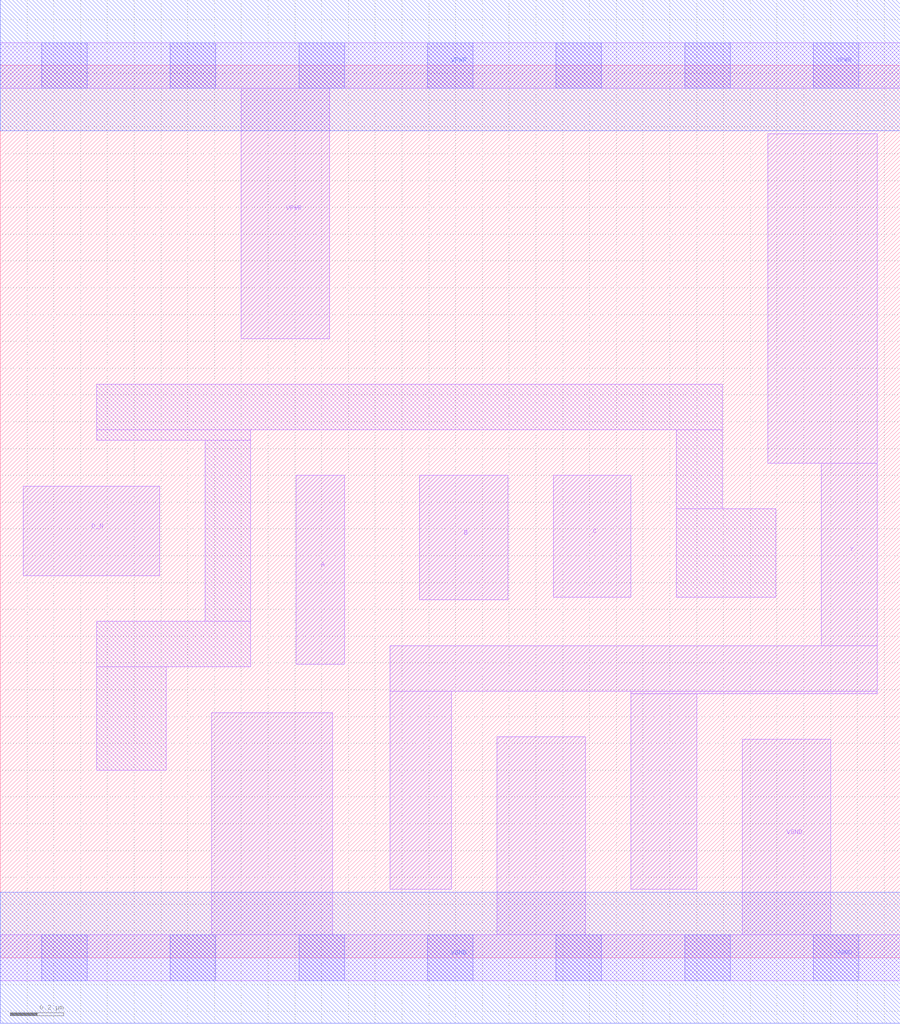
<source format=lef>
# Copyright 2020 The SkyWater PDK Authors
#
# Licensed under the Apache License, Version 2.0 (the "License");
# you may not use this file except in compliance with the License.
# You may obtain a copy of the License at
#
#     https://www.apache.org/licenses/LICENSE-2.0
#
# Unless required by applicable law or agreed to in writing, software
# distributed under the License is distributed on an "AS IS" BASIS,
# WITHOUT WARRANTIES OR CONDITIONS OF ANY KIND, either express or implied.
# See the License for the specific language governing permissions and
# limitations under the License.
#
# SPDX-License-Identifier: Apache-2.0

VERSION 5.7 ;
  NAMESCASESENSITIVE ON ;
  NOWIREEXTENSIONATPIN ON ;
  DIVIDERCHAR "/" ;
  BUSBITCHARS "[]" ;
UNITS
  DATABASE MICRONS 200 ;
END UNITS
MACRO sky130_fd_sc_lp__nor4b_1
  CLASS CORE ;
  SOURCE USER ;
  FOREIGN sky130_fd_sc_lp__nor4b_1 ;
  ORIGIN  0.000000  0.000000 ;
  SIZE  3.360000 BY  3.330000 ;
  SYMMETRY X Y R90 ;
  SITE unit ;
  PIN A
    ANTENNAGATEAREA  0.315000 ;
    DIRECTION INPUT ;
    USE SIGNAL ;
    PORT
      LAYER li1 ;
        RECT 1.105000 1.095000 1.285000 1.800000 ;
    END
  END A
  PIN B
    ANTENNAGATEAREA  0.315000 ;
    DIRECTION INPUT ;
    USE SIGNAL ;
    PORT
      LAYER li1 ;
        RECT 1.565000 1.335000 1.895000 1.800000 ;
    END
  END B
  PIN C
    ANTENNAGATEAREA  0.315000 ;
    DIRECTION INPUT ;
    USE SIGNAL ;
    PORT
      LAYER li1 ;
        RECT 2.065000 1.345000 2.355000 1.800000 ;
    END
  END C
  PIN D_N
    ANTENNAGATEAREA  0.126000 ;
    DIRECTION INPUT ;
    USE SIGNAL ;
    PORT
      LAYER li1 ;
        RECT 0.085000 1.425000 0.595000 1.760000 ;
    END
  END D_N
  PIN Y
    ANTENNADIFFAREA  0.886200 ;
    DIRECTION OUTPUT ;
    USE SIGNAL ;
    PORT
      LAYER li1 ;
        RECT 1.455000 0.255000 1.685000 0.995000 ;
        RECT 1.455000 0.995000 3.275000 1.165000 ;
        RECT 2.355000 0.255000 2.600000 0.985000 ;
        RECT 2.355000 0.985000 3.275000 0.995000 ;
        RECT 2.865000 1.845000 3.275000 3.075000 ;
        RECT 3.065000 1.165000 3.275000 1.845000 ;
    END
  END Y
  PIN VGND
    DIRECTION INOUT ;
    USE GROUND ;
    PORT
      LAYER li1 ;
        RECT 0.000000 -0.085000 3.360000 0.085000 ;
        RECT 0.790000  0.085000 1.240000 0.915000 ;
        RECT 1.855000  0.085000 2.185000 0.825000 ;
        RECT 2.770000  0.085000 3.100000 0.815000 ;
      LAYER mcon ;
        RECT 0.155000 -0.085000 0.325000 0.085000 ;
        RECT 0.635000 -0.085000 0.805000 0.085000 ;
        RECT 1.115000 -0.085000 1.285000 0.085000 ;
        RECT 1.595000 -0.085000 1.765000 0.085000 ;
        RECT 2.075000 -0.085000 2.245000 0.085000 ;
        RECT 2.555000 -0.085000 2.725000 0.085000 ;
        RECT 3.035000 -0.085000 3.205000 0.085000 ;
      LAYER met1 ;
        RECT 0.000000 -0.245000 3.360000 0.245000 ;
    END
  END VGND
  PIN VPWR
    DIRECTION INOUT ;
    USE POWER ;
    PORT
      LAYER li1 ;
        RECT 0.000000 3.245000 3.360000 3.415000 ;
        RECT 0.900000 2.310000 1.230000 3.245000 ;
      LAYER mcon ;
        RECT 0.155000 3.245000 0.325000 3.415000 ;
        RECT 0.635000 3.245000 0.805000 3.415000 ;
        RECT 1.115000 3.245000 1.285000 3.415000 ;
        RECT 1.595000 3.245000 1.765000 3.415000 ;
        RECT 2.075000 3.245000 2.245000 3.415000 ;
        RECT 2.555000 3.245000 2.725000 3.415000 ;
        RECT 3.035000 3.245000 3.205000 3.415000 ;
      LAYER met1 ;
        RECT 0.000000 3.085000 3.360000 3.575000 ;
    END
  END VPWR
  OBS
    LAYER li1 ;
      RECT 0.360000 0.700000 0.620000 1.085000 ;
      RECT 0.360000 1.085000 0.935000 1.255000 ;
      RECT 0.360000 1.930000 0.935000 1.970000 ;
      RECT 0.360000 1.970000 2.695000 2.140000 ;
      RECT 0.765000 1.255000 0.935000 1.930000 ;
      RECT 2.525000 1.345000 2.895000 1.675000 ;
      RECT 2.525000 1.675000 2.695000 1.970000 ;
  END
END sky130_fd_sc_lp__nor4b_1

</source>
